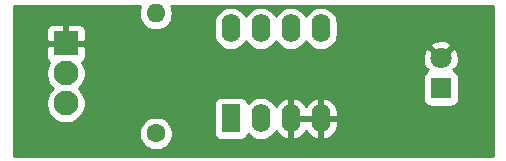
<source format=gbr>
G04 #@! TF.GenerationSoftware,KiCad,Pcbnew,(5.1.4)-1*
G04 #@! TF.CreationDate,2020-04-20T12:39:18-04:00*
G04 #@! TF.ProjectId,LightSensor2,4c696768-7453-4656-9e73-6f72322e6b69,rev?*
G04 #@! TF.SameCoordinates,Original*
G04 #@! TF.FileFunction,Copper,L2,Bot*
G04 #@! TF.FilePolarity,Positive*
%FSLAX46Y46*%
G04 Gerber Fmt 4.6, Leading zero omitted, Abs format (unit mm)*
G04 Created by KiCad (PCBNEW (5.1.4)-1) date 2020-04-20 12:39:18*
%MOMM*%
%LPD*%
G04 APERTURE LIST*
%ADD10O,1.600000X2.400000*%
%ADD11R,1.600000X2.400000*%
%ADD12C,2.100000*%
%ADD13R,2.100000X2.100000*%
%ADD14C,1.800000*%
%ADD15R,1.800000X1.800000*%
%ADD16O,1.600000X1.600000*%
%ADD17C,1.600000*%
%ADD18C,0.254000*%
G04 APERTURE END LIST*
D10*
X134620000Y203200000D03*
X142240000Y195580000D03*
X137160000Y203200000D03*
X139700000Y195580000D03*
X139700000Y203200000D03*
X137160000Y195580000D03*
X142240000Y203200000D03*
D11*
X134620000Y195580000D03*
D12*
X120650000Y196850000D03*
X120650000Y199390000D03*
D13*
X120650000Y201930000D03*
D14*
X152400000Y200660000D03*
D15*
X152400000Y198120000D03*
D16*
X128270000Y204470000D03*
D17*
X128270000Y194310000D03*
D18*
G36*
X126937818Y205021808D02*
G01*
X126855764Y204751309D01*
X126828057Y204470000D01*
X126855764Y204188691D01*
X126937818Y203918192D01*
X127071068Y203668899D01*
X127250392Y203450392D01*
X127468899Y203271068D01*
X127718192Y203137818D01*
X127988691Y203055764D01*
X128199508Y203035000D01*
X128340492Y203035000D01*
X128551309Y203055764D01*
X128821808Y203137818D01*
X129071101Y203271068D01*
X129289608Y203450392D01*
X129468932Y203668899D01*
X129469782Y203670491D01*
X133185000Y203670491D01*
X133185000Y202729508D01*
X133205764Y202518691D01*
X133287818Y202248192D01*
X133421068Y201998899D01*
X133600393Y201780392D01*
X133818900Y201601068D01*
X134068193Y201467818D01*
X134338692Y201385764D01*
X134620000Y201358057D01*
X134901309Y201385764D01*
X135171808Y201467818D01*
X135421101Y201601068D01*
X135639608Y201780392D01*
X135818932Y201998899D01*
X135890000Y202131858D01*
X135961068Y201998899D01*
X136140393Y201780392D01*
X136358900Y201601068D01*
X136608193Y201467818D01*
X136878692Y201385764D01*
X137160000Y201358057D01*
X137441309Y201385764D01*
X137711808Y201467818D01*
X137961101Y201601068D01*
X138179608Y201780392D01*
X138358932Y201998899D01*
X138430000Y202131858D01*
X138501068Y201998899D01*
X138680393Y201780392D01*
X138898900Y201601068D01*
X139148193Y201467818D01*
X139418692Y201385764D01*
X139700000Y201358057D01*
X139981309Y201385764D01*
X140251808Y201467818D01*
X140501101Y201601068D01*
X140719608Y201780392D01*
X140898932Y201998899D01*
X140970000Y202131858D01*
X141041068Y201998899D01*
X141220393Y201780392D01*
X141438900Y201601068D01*
X141688193Y201467818D01*
X141958692Y201385764D01*
X142240000Y201358057D01*
X142521309Y201385764D01*
X142791808Y201467818D01*
X143041101Y201601068D01*
X143190991Y201724080D01*
X151515525Y201724080D01*
X152400000Y200839605D01*
X153284475Y201724080D01*
X153200792Y201978261D01*
X152928225Y202109158D01*
X152635358Y202184365D01*
X152333447Y202200991D01*
X152034093Y202158397D01*
X151748801Y202058222D01*
X151599208Y201978261D01*
X151515525Y201724080D01*
X143190991Y201724080D01*
X143259608Y201780392D01*
X143438932Y201998899D01*
X143572182Y202248192D01*
X143654236Y202518691D01*
X143675000Y202729509D01*
X143675000Y203670492D01*
X143654236Y203881309D01*
X143572182Y204151808D01*
X143438932Y204401101D01*
X143259607Y204619608D01*
X143041100Y204798932D01*
X142791807Y204932182D01*
X142521308Y205014236D01*
X142240000Y205041943D01*
X141958691Y205014236D01*
X141688192Y204932182D01*
X141438899Y204798932D01*
X141220392Y204619607D01*
X141041068Y204401100D01*
X140970000Y204268142D01*
X140898932Y204401101D01*
X140719607Y204619608D01*
X140501100Y204798932D01*
X140251807Y204932182D01*
X139981308Y205014236D01*
X139700000Y205041943D01*
X139418691Y205014236D01*
X139148192Y204932182D01*
X138898899Y204798932D01*
X138680392Y204619607D01*
X138501068Y204401100D01*
X138430000Y204268142D01*
X138358932Y204401101D01*
X138179607Y204619608D01*
X137961100Y204798932D01*
X137711807Y204932182D01*
X137441308Y205014236D01*
X137160000Y205041943D01*
X136878691Y205014236D01*
X136608192Y204932182D01*
X136358899Y204798932D01*
X136140392Y204619607D01*
X135961068Y204401100D01*
X135890000Y204268142D01*
X135818932Y204401101D01*
X135639607Y204619608D01*
X135421100Y204798932D01*
X135171807Y204932182D01*
X134901308Y205014236D01*
X134620000Y205041943D01*
X134338691Y205014236D01*
X134068192Y204932182D01*
X133818899Y204798932D01*
X133600392Y204619607D01*
X133421068Y204401100D01*
X133287818Y204151807D01*
X133205764Y203881308D01*
X133185000Y203670491D01*
X129469782Y203670491D01*
X129602182Y203918192D01*
X129684236Y204188691D01*
X129711943Y204470000D01*
X129684236Y204751309D01*
X129602182Y205021808D01*
X129571078Y205080000D01*
X156820000Y205080000D01*
X156820001Y192430000D01*
X116230000Y192430000D01*
X116230000Y194451335D01*
X126835000Y194451335D01*
X126835000Y194168665D01*
X126890147Y193891426D01*
X126998320Y193630273D01*
X127155363Y193395241D01*
X127355241Y193195363D01*
X127590273Y193038320D01*
X127851426Y192930147D01*
X128128665Y192875000D01*
X128411335Y192875000D01*
X128688574Y192930147D01*
X128949727Y193038320D01*
X129184759Y193195363D01*
X129384637Y193395241D01*
X129541680Y193630273D01*
X129649853Y193891426D01*
X129705000Y194168665D01*
X129705000Y194451335D01*
X129649853Y194728574D01*
X129541680Y194989727D01*
X129384637Y195224759D01*
X129184759Y195424637D01*
X128949727Y195581680D01*
X128688574Y195689853D01*
X128411335Y195745000D01*
X128128665Y195745000D01*
X127851426Y195689853D01*
X127590273Y195581680D01*
X127355241Y195424637D01*
X127155363Y195224759D01*
X126998320Y194989727D01*
X126890147Y194728574D01*
X126835000Y194451335D01*
X116230000Y194451335D01*
X116230000Y200880000D01*
X118961928Y200880000D01*
X118974188Y200755518D01*
X119010498Y200635820D01*
X119069463Y200525506D01*
X119148815Y200428815D01*
X119245506Y200349463D01*
X119259546Y200341958D01*
X119156772Y200188147D01*
X119029754Y199881496D01*
X118965000Y199555958D01*
X118965000Y199224042D01*
X119029754Y198898504D01*
X119156772Y198591853D01*
X119341175Y198315875D01*
X119537050Y198120000D01*
X119341175Y197924125D01*
X119156772Y197648147D01*
X119029754Y197341496D01*
X118965000Y197015958D01*
X118965000Y196684042D01*
X119029754Y196358504D01*
X119156772Y196051853D01*
X119341175Y195775875D01*
X119575875Y195541175D01*
X119851853Y195356772D01*
X120158504Y195229754D01*
X120484042Y195165000D01*
X120815958Y195165000D01*
X121141496Y195229754D01*
X121448147Y195356772D01*
X121724125Y195541175D01*
X121958825Y195775875D01*
X122143228Y196051853D01*
X122270246Y196358504D01*
X122335000Y196684042D01*
X122335000Y196780000D01*
X133181928Y196780000D01*
X133181928Y194380000D01*
X133194188Y194255518D01*
X133230498Y194135820D01*
X133289463Y194025506D01*
X133368815Y193928815D01*
X133465506Y193849463D01*
X133575820Y193790498D01*
X133695518Y193754188D01*
X133820000Y193741928D01*
X135420000Y193741928D01*
X135544482Y193754188D01*
X135664180Y193790498D01*
X135774494Y193849463D01*
X135871185Y193928815D01*
X135950537Y194025506D01*
X136009502Y194135820D01*
X136045812Y194255518D01*
X136047581Y194273483D01*
X136140393Y194160392D01*
X136358900Y193981068D01*
X136608193Y193847818D01*
X136878692Y193765764D01*
X137160000Y193738057D01*
X137441309Y193765764D01*
X137711808Y193847818D01*
X137961101Y193981068D01*
X138179608Y194160392D01*
X138358932Y194378899D01*
X138427265Y194506741D01*
X138577399Y194277161D01*
X138775105Y194075500D01*
X139008354Y193916285D01*
X139268182Y193805633D01*
X139350961Y193788096D01*
X139573000Y193910085D01*
X139573000Y195453000D01*
X139827000Y195453000D01*
X139827000Y193910085D01*
X140049039Y193788096D01*
X140131818Y193805633D01*
X140391646Y193916285D01*
X140624895Y194075500D01*
X140822601Y194277161D01*
X140970000Y194502559D01*
X141117399Y194277161D01*
X141315105Y194075500D01*
X141548354Y193916285D01*
X141808182Y193805633D01*
X141890961Y193788096D01*
X142113000Y193910085D01*
X142113000Y195453000D01*
X142367000Y195453000D01*
X142367000Y193910085D01*
X142589039Y193788096D01*
X142671818Y193805633D01*
X142931646Y193916285D01*
X143164895Y194075500D01*
X143362601Y194277161D01*
X143517166Y194513517D01*
X143622650Y194775486D01*
X143675000Y195053000D01*
X143675000Y195453000D01*
X142367000Y195453000D01*
X142113000Y195453000D01*
X139827000Y195453000D01*
X139573000Y195453000D01*
X139553000Y195453000D01*
X139553000Y195707000D01*
X139573000Y195707000D01*
X139573000Y197249915D01*
X139827000Y197249915D01*
X139827000Y195707000D01*
X142113000Y195707000D01*
X142113000Y197249915D01*
X142367000Y197249915D01*
X142367000Y195707000D01*
X143675000Y195707000D01*
X143675000Y196107000D01*
X143622650Y196384514D01*
X143517166Y196646483D01*
X143362601Y196882839D01*
X143164895Y197084500D01*
X142931646Y197243715D01*
X142671818Y197354367D01*
X142589039Y197371904D01*
X142367000Y197249915D01*
X142113000Y197249915D01*
X141890961Y197371904D01*
X141808182Y197354367D01*
X141548354Y197243715D01*
X141315105Y197084500D01*
X141117399Y196882839D01*
X140970000Y196657441D01*
X140822601Y196882839D01*
X140624895Y197084500D01*
X140391646Y197243715D01*
X140131818Y197354367D01*
X140049039Y197371904D01*
X139827000Y197249915D01*
X139573000Y197249915D01*
X139350961Y197371904D01*
X139268182Y197354367D01*
X139008354Y197243715D01*
X138775105Y197084500D01*
X138577399Y196882839D01*
X138427265Y196653259D01*
X138358932Y196781101D01*
X138179607Y196999608D01*
X137961100Y197178932D01*
X137711807Y197312182D01*
X137441308Y197394236D01*
X137160000Y197421943D01*
X136878691Y197394236D01*
X136608192Y197312182D01*
X136358899Y197178932D01*
X136140392Y196999607D01*
X136047581Y196886517D01*
X136045812Y196904482D01*
X136009502Y197024180D01*
X135950537Y197134494D01*
X135871185Y197231185D01*
X135774494Y197310537D01*
X135664180Y197369502D01*
X135544482Y197405812D01*
X135420000Y197418072D01*
X133820000Y197418072D01*
X133695518Y197405812D01*
X133575820Y197369502D01*
X133465506Y197310537D01*
X133368815Y197231185D01*
X133289463Y197134494D01*
X133230498Y197024180D01*
X133194188Y196904482D01*
X133181928Y196780000D01*
X122335000Y196780000D01*
X122335000Y197015958D01*
X122270246Y197341496D01*
X122143228Y197648147D01*
X121958825Y197924125D01*
X121762950Y198120000D01*
X121958825Y198315875D01*
X122143228Y198591853D01*
X122270246Y198898504D01*
X122335000Y199224042D01*
X122335000Y199555958D01*
X122270246Y199881496D01*
X122143228Y200188147D01*
X122040454Y200341958D01*
X122054494Y200349463D01*
X122151185Y200428815D01*
X122230537Y200525506D01*
X122266852Y200593447D01*
X150859009Y200593447D01*
X150901603Y200294093D01*
X151001778Y200008801D01*
X151081739Y199859208D01*
X151335918Y199775526D01*
X151219970Y199659578D01*
X151266735Y199612813D01*
X151255820Y199609502D01*
X151145506Y199550537D01*
X151048815Y199471185D01*
X150969463Y199374494D01*
X150910498Y199264180D01*
X150874188Y199144482D01*
X150861928Y199020000D01*
X150861928Y197220000D01*
X150874188Y197095518D01*
X150910498Y196975820D01*
X150969463Y196865506D01*
X151048815Y196768815D01*
X151145506Y196689463D01*
X151255820Y196630498D01*
X151375518Y196594188D01*
X151500000Y196581928D01*
X153300000Y196581928D01*
X153424482Y196594188D01*
X153544180Y196630498D01*
X153654494Y196689463D01*
X153751185Y196768815D01*
X153830537Y196865506D01*
X153889502Y196975820D01*
X153925812Y197095518D01*
X153938072Y197220000D01*
X153938072Y199020000D01*
X153925812Y199144482D01*
X153889502Y199264180D01*
X153830537Y199374494D01*
X153751185Y199471185D01*
X153654494Y199550537D01*
X153544180Y199609502D01*
X153533265Y199612813D01*
X153580030Y199659578D01*
X153464082Y199775526D01*
X153718261Y199859208D01*
X153849158Y200131775D01*
X153924365Y200424642D01*
X153940991Y200726553D01*
X153898397Y201025907D01*
X153798222Y201311199D01*
X153718261Y201460792D01*
X153464080Y201544475D01*
X152579605Y200660000D01*
X152593748Y200645858D01*
X152414143Y200466253D01*
X152400000Y200480395D01*
X152385858Y200466253D01*
X152206253Y200645858D01*
X152220395Y200660000D01*
X151335920Y201544475D01*
X151081739Y201460792D01*
X150950842Y201188225D01*
X150875635Y200895358D01*
X150859009Y200593447D01*
X122266852Y200593447D01*
X122289502Y200635820D01*
X122325812Y200755518D01*
X122338072Y200880000D01*
X122335000Y201644250D01*
X122176250Y201803000D01*
X120777000Y201803000D01*
X120777000Y201783000D01*
X120523000Y201783000D01*
X120523000Y201803000D01*
X119123750Y201803000D01*
X118965000Y201644250D01*
X118961928Y200880000D01*
X116230000Y200880000D01*
X116230000Y202980000D01*
X118961928Y202980000D01*
X118965000Y202215750D01*
X119123750Y202057000D01*
X120523000Y202057000D01*
X120523000Y203456250D01*
X120777000Y203456250D01*
X120777000Y202057000D01*
X122176250Y202057000D01*
X122335000Y202215750D01*
X122338072Y202980000D01*
X122325812Y203104482D01*
X122289502Y203224180D01*
X122230537Y203334494D01*
X122151185Y203431185D01*
X122054494Y203510537D01*
X121944180Y203569502D01*
X121824482Y203605812D01*
X121700000Y203618072D01*
X120935750Y203615000D01*
X120777000Y203456250D01*
X120523000Y203456250D01*
X120364250Y203615000D01*
X119600000Y203618072D01*
X119475518Y203605812D01*
X119355820Y203569502D01*
X119245506Y203510537D01*
X119148815Y203431185D01*
X119069463Y203334494D01*
X119010498Y203224180D01*
X118974188Y203104482D01*
X118961928Y202980000D01*
X116230000Y202980000D01*
X116230000Y205080000D01*
X126968922Y205080000D01*
X126937818Y205021808D01*
X126937818Y205021808D01*
G37*
X126937818Y205021808D02*
X126855764Y204751309D01*
X126828057Y204470000D01*
X126855764Y204188691D01*
X126937818Y203918192D01*
X127071068Y203668899D01*
X127250392Y203450392D01*
X127468899Y203271068D01*
X127718192Y203137818D01*
X127988691Y203055764D01*
X128199508Y203035000D01*
X128340492Y203035000D01*
X128551309Y203055764D01*
X128821808Y203137818D01*
X129071101Y203271068D01*
X129289608Y203450392D01*
X129468932Y203668899D01*
X129469782Y203670491D01*
X133185000Y203670491D01*
X133185000Y202729508D01*
X133205764Y202518691D01*
X133287818Y202248192D01*
X133421068Y201998899D01*
X133600393Y201780392D01*
X133818900Y201601068D01*
X134068193Y201467818D01*
X134338692Y201385764D01*
X134620000Y201358057D01*
X134901309Y201385764D01*
X135171808Y201467818D01*
X135421101Y201601068D01*
X135639608Y201780392D01*
X135818932Y201998899D01*
X135890000Y202131858D01*
X135961068Y201998899D01*
X136140393Y201780392D01*
X136358900Y201601068D01*
X136608193Y201467818D01*
X136878692Y201385764D01*
X137160000Y201358057D01*
X137441309Y201385764D01*
X137711808Y201467818D01*
X137961101Y201601068D01*
X138179608Y201780392D01*
X138358932Y201998899D01*
X138430000Y202131858D01*
X138501068Y201998899D01*
X138680393Y201780392D01*
X138898900Y201601068D01*
X139148193Y201467818D01*
X139418692Y201385764D01*
X139700000Y201358057D01*
X139981309Y201385764D01*
X140251808Y201467818D01*
X140501101Y201601068D01*
X140719608Y201780392D01*
X140898932Y201998899D01*
X140970000Y202131858D01*
X141041068Y201998899D01*
X141220393Y201780392D01*
X141438900Y201601068D01*
X141688193Y201467818D01*
X141958692Y201385764D01*
X142240000Y201358057D01*
X142521309Y201385764D01*
X142791808Y201467818D01*
X143041101Y201601068D01*
X143190991Y201724080D01*
X151515525Y201724080D01*
X152400000Y200839605D01*
X153284475Y201724080D01*
X153200792Y201978261D01*
X152928225Y202109158D01*
X152635358Y202184365D01*
X152333447Y202200991D01*
X152034093Y202158397D01*
X151748801Y202058222D01*
X151599208Y201978261D01*
X151515525Y201724080D01*
X143190991Y201724080D01*
X143259608Y201780392D01*
X143438932Y201998899D01*
X143572182Y202248192D01*
X143654236Y202518691D01*
X143675000Y202729509D01*
X143675000Y203670492D01*
X143654236Y203881309D01*
X143572182Y204151808D01*
X143438932Y204401101D01*
X143259607Y204619608D01*
X143041100Y204798932D01*
X142791807Y204932182D01*
X142521308Y205014236D01*
X142240000Y205041943D01*
X141958691Y205014236D01*
X141688192Y204932182D01*
X141438899Y204798932D01*
X141220392Y204619607D01*
X141041068Y204401100D01*
X140970000Y204268142D01*
X140898932Y204401101D01*
X140719607Y204619608D01*
X140501100Y204798932D01*
X140251807Y204932182D01*
X139981308Y205014236D01*
X139700000Y205041943D01*
X139418691Y205014236D01*
X139148192Y204932182D01*
X138898899Y204798932D01*
X138680392Y204619607D01*
X138501068Y204401100D01*
X138430000Y204268142D01*
X138358932Y204401101D01*
X138179607Y204619608D01*
X137961100Y204798932D01*
X137711807Y204932182D01*
X137441308Y205014236D01*
X137160000Y205041943D01*
X136878691Y205014236D01*
X136608192Y204932182D01*
X136358899Y204798932D01*
X136140392Y204619607D01*
X135961068Y204401100D01*
X135890000Y204268142D01*
X135818932Y204401101D01*
X135639607Y204619608D01*
X135421100Y204798932D01*
X135171807Y204932182D01*
X134901308Y205014236D01*
X134620000Y205041943D01*
X134338691Y205014236D01*
X134068192Y204932182D01*
X133818899Y204798932D01*
X133600392Y204619607D01*
X133421068Y204401100D01*
X133287818Y204151807D01*
X133205764Y203881308D01*
X133185000Y203670491D01*
X129469782Y203670491D01*
X129602182Y203918192D01*
X129684236Y204188691D01*
X129711943Y204470000D01*
X129684236Y204751309D01*
X129602182Y205021808D01*
X129571078Y205080000D01*
X156820000Y205080000D01*
X156820001Y192430000D01*
X116230000Y192430000D01*
X116230000Y194451335D01*
X126835000Y194451335D01*
X126835000Y194168665D01*
X126890147Y193891426D01*
X126998320Y193630273D01*
X127155363Y193395241D01*
X127355241Y193195363D01*
X127590273Y193038320D01*
X127851426Y192930147D01*
X128128665Y192875000D01*
X128411335Y192875000D01*
X128688574Y192930147D01*
X128949727Y193038320D01*
X129184759Y193195363D01*
X129384637Y193395241D01*
X129541680Y193630273D01*
X129649853Y193891426D01*
X129705000Y194168665D01*
X129705000Y194451335D01*
X129649853Y194728574D01*
X129541680Y194989727D01*
X129384637Y195224759D01*
X129184759Y195424637D01*
X128949727Y195581680D01*
X128688574Y195689853D01*
X128411335Y195745000D01*
X128128665Y195745000D01*
X127851426Y195689853D01*
X127590273Y195581680D01*
X127355241Y195424637D01*
X127155363Y195224759D01*
X126998320Y194989727D01*
X126890147Y194728574D01*
X126835000Y194451335D01*
X116230000Y194451335D01*
X116230000Y200880000D01*
X118961928Y200880000D01*
X118974188Y200755518D01*
X119010498Y200635820D01*
X119069463Y200525506D01*
X119148815Y200428815D01*
X119245506Y200349463D01*
X119259546Y200341958D01*
X119156772Y200188147D01*
X119029754Y199881496D01*
X118965000Y199555958D01*
X118965000Y199224042D01*
X119029754Y198898504D01*
X119156772Y198591853D01*
X119341175Y198315875D01*
X119537050Y198120000D01*
X119341175Y197924125D01*
X119156772Y197648147D01*
X119029754Y197341496D01*
X118965000Y197015958D01*
X118965000Y196684042D01*
X119029754Y196358504D01*
X119156772Y196051853D01*
X119341175Y195775875D01*
X119575875Y195541175D01*
X119851853Y195356772D01*
X120158504Y195229754D01*
X120484042Y195165000D01*
X120815958Y195165000D01*
X121141496Y195229754D01*
X121448147Y195356772D01*
X121724125Y195541175D01*
X121958825Y195775875D01*
X122143228Y196051853D01*
X122270246Y196358504D01*
X122335000Y196684042D01*
X122335000Y196780000D01*
X133181928Y196780000D01*
X133181928Y194380000D01*
X133194188Y194255518D01*
X133230498Y194135820D01*
X133289463Y194025506D01*
X133368815Y193928815D01*
X133465506Y193849463D01*
X133575820Y193790498D01*
X133695518Y193754188D01*
X133820000Y193741928D01*
X135420000Y193741928D01*
X135544482Y193754188D01*
X135664180Y193790498D01*
X135774494Y193849463D01*
X135871185Y193928815D01*
X135950537Y194025506D01*
X136009502Y194135820D01*
X136045812Y194255518D01*
X136047581Y194273483D01*
X136140393Y194160392D01*
X136358900Y193981068D01*
X136608193Y193847818D01*
X136878692Y193765764D01*
X137160000Y193738057D01*
X137441309Y193765764D01*
X137711808Y193847818D01*
X137961101Y193981068D01*
X138179608Y194160392D01*
X138358932Y194378899D01*
X138427265Y194506741D01*
X138577399Y194277161D01*
X138775105Y194075500D01*
X139008354Y193916285D01*
X139268182Y193805633D01*
X139350961Y193788096D01*
X139573000Y193910085D01*
X139573000Y195453000D01*
X139827000Y195453000D01*
X139827000Y193910085D01*
X140049039Y193788096D01*
X140131818Y193805633D01*
X140391646Y193916285D01*
X140624895Y194075500D01*
X140822601Y194277161D01*
X140970000Y194502559D01*
X141117399Y194277161D01*
X141315105Y194075500D01*
X141548354Y193916285D01*
X141808182Y193805633D01*
X141890961Y193788096D01*
X142113000Y193910085D01*
X142113000Y195453000D01*
X142367000Y195453000D01*
X142367000Y193910085D01*
X142589039Y193788096D01*
X142671818Y193805633D01*
X142931646Y193916285D01*
X143164895Y194075500D01*
X143362601Y194277161D01*
X143517166Y194513517D01*
X143622650Y194775486D01*
X143675000Y195053000D01*
X143675000Y195453000D01*
X142367000Y195453000D01*
X142113000Y195453000D01*
X139827000Y195453000D01*
X139573000Y195453000D01*
X139553000Y195453000D01*
X139553000Y195707000D01*
X139573000Y195707000D01*
X139573000Y197249915D01*
X139827000Y197249915D01*
X139827000Y195707000D01*
X142113000Y195707000D01*
X142113000Y197249915D01*
X142367000Y197249915D01*
X142367000Y195707000D01*
X143675000Y195707000D01*
X143675000Y196107000D01*
X143622650Y196384514D01*
X143517166Y196646483D01*
X143362601Y196882839D01*
X143164895Y197084500D01*
X142931646Y197243715D01*
X142671818Y197354367D01*
X142589039Y197371904D01*
X142367000Y197249915D01*
X142113000Y197249915D01*
X141890961Y197371904D01*
X141808182Y197354367D01*
X141548354Y197243715D01*
X141315105Y197084500D01*
X141117399Y196882839D01*
X140970000Y196657441D01*
X140822601Y196882839D01*
X140624895Y197084500D01*
X140391646Y197243715D01*
X140131818Y197354367D01*
X140049039Y197371904D01*
X139827000Y197249915D01*
X139573000Y197249915D01*
X139350961Y197371904D01*
X139268182Y197354367D01*
X139008354Y197243715D01*
X138775105Y197084500D01*
X138577399Y196882839D01*
X138427265Y196653259D01*
X138358932Y196781101D01*
X138179607Y196999608D01*
X137961100Y197178932D01*
X137711807Y197312182D01*
X137441308Y197394236D01*
X137160000Y197421943D01*
X136878691Y197394236D01*
X136608192Y197312182D01*
X136358899Y197178932D01*
X136140392Y196999607D01*
X136047581Y196886517D01*
X136045812Y196904482D01*
X136009502Y197024180D01*
X135950537Y197134494D01*
X135871185Y197231185D01*
X135774494Y197310537D01*
X135664180Y197369502D01*
X135544482Y197405812D01*
X135420000Y197418072D01*
X133820000Y197418072D01*
X133695518Y197405812D01*
X133575820Y197369502D01*
X133465506Y197310537D01*
X133368815Y197231185D01*
X133289463Y197134494D01*
X133230498Y197024180D01*
X133194188Y196904482D01*
X133181928Y196780000D01*
X122335000Y196780000D01*
X122335000Y197015958D01*
X122270246Y197341496D01*
X122143228Y197648147D01*
X121958825Y197924125D01*
X121762950Y198120000D01*
X121958825Y198315875D01*
X122143228Y198591853D01*
X122270246Y198898504D01*
X122335000Y199224042D01*
X122335000Y199555958D01*
X122270246Y199881496D01*
X122143228Y200188147D01*
X122040454Y200341958D01*
X122054494Y200349463D01*
X122151185Y200428815D01*
X122230537Y200525506D01*
X122266852Y200593447D01*
X150859009Y200593447D01*
X150901603Y200294093D01*
X151001778Y200008801D01*
X151081739Y199859208D01*
X151335918Y199775526D01*
X151219970Y199659578D01*
X151266735Y199612813D01*
X151255820Y199609502D01*
X151145506Y199550537D01*
X151048815Y199471185D01*
X150969463Y199374494D01*
X150910498Y199264180D01*
X150874188Y199144482D01*
X150861928Y199020000D01*
X150861928Y197220000D01*
X150874188Y197095518D01*
X150910498Y196975820D01*
X150969463Y196865506D01*
X151048815Y196768815D01*
X151145506Y196689463D01*
X151255820Y196630498D01*
X151375518Y196594188D01*
X151500000Y196581928D01*
X153300000Y196581928D01*
X153424482Y196594188D01*
X153544180Y196630498D01*
X153654494Y196689463D01*
X153751185Y196768815D01*
X153830537Y196865506D01*
X153889502Y196975820D01*
X153925812Y197095518D01*
X153938072Y197220000D01*
X153938072Y199020000D01*
X153925812Y199144482D01*
X153889502Y199264180D01*
X153830537Y199374494D01*
X153751185Y199471185D01*
X153654494Y199550537D01*
X153544180Y199609502D01*
X153533265Y199612813D01*
X153580030Y199659578D01*
X153464082Y199775526D01*
X153718261Y199859208D01*
X153849158Y200131775D01*
X153924365Y200424642D01*
X153940991Y200726553D01*
X153898397Y201025907D01*
X153798222Y201311199D01*
X153718261Y201460792D01*
X153464080Y201544475D01*
X152579605Y200660000D01*
X152593748Y200645858D01*
X152414143Y200466253D01*
X152400000Y200480395D01*
X152385858Y200466253D01*
X152206253Y200645858D01*
X152220395Y200660000D01*
X151335920Y201544475D01*
X151081739Y201460792D01*
X150950842Y201188225D01*
X150875635Y200895358D01*
X150859009Y200593447D01*
X122266852Y200593447D01*
X122289502Y200635820D01*
X122325812Y200755518D01*
X122338072Y200880000D01*
X122335000Y201644250D01*
X122176250Y201803000D01*
X120777000Y201803000D01*
X120777000Y201783000D01*
X120523000Y201783000D01*
X120523000Y201803000D01*
X119123750Y201803000D01*
X118965000Y201644250D01*
X118961928Y200880000D01*
X116230000Y200880000D01*
X116230000Y202980000D01*
X118961928Y202980000D01*
X118965000Y202215750D01*
X119123750Y202057000D01*
X120523000Y202057000D01*
X120523000Y203456250D01*
X120777000Y203456250D01*
X120777000Y202057000D01*
X122176250Y202057000D01*
X122335000Y202215750D01*
X122338072Y202980000D01*
X122325812Y203104482D01*
X122289502Y203224180D01*
X122230537Y203334494D01*
X122151185Y203431185D01*
X122054494Y203510537D01*
X121944180Y203569502D01*
X121824482Y203605812D01*
X121700000Y203618072D01*
X120935750Y203615000D01*
X120777000Y203456250D01*
X120523000Y203456250D01*
X120364250Y203615000D01*
X119600000Y203618072D01*
X119475518Y203605812D01*
X119355820Y203569502D01*
X119245506Y203510537D01*
X119148815Y203431185D01*
X119069463Y203334494D01*
X119010498Y203224180D01*
X118974188Y203104482D01*
X118961928Y202980000D01*
X116230000Y202980000D01*
X116230000Y205080000D01*
X126968922Y205080000D01*
X126937818Y205021808D01*
M02*

</source>
